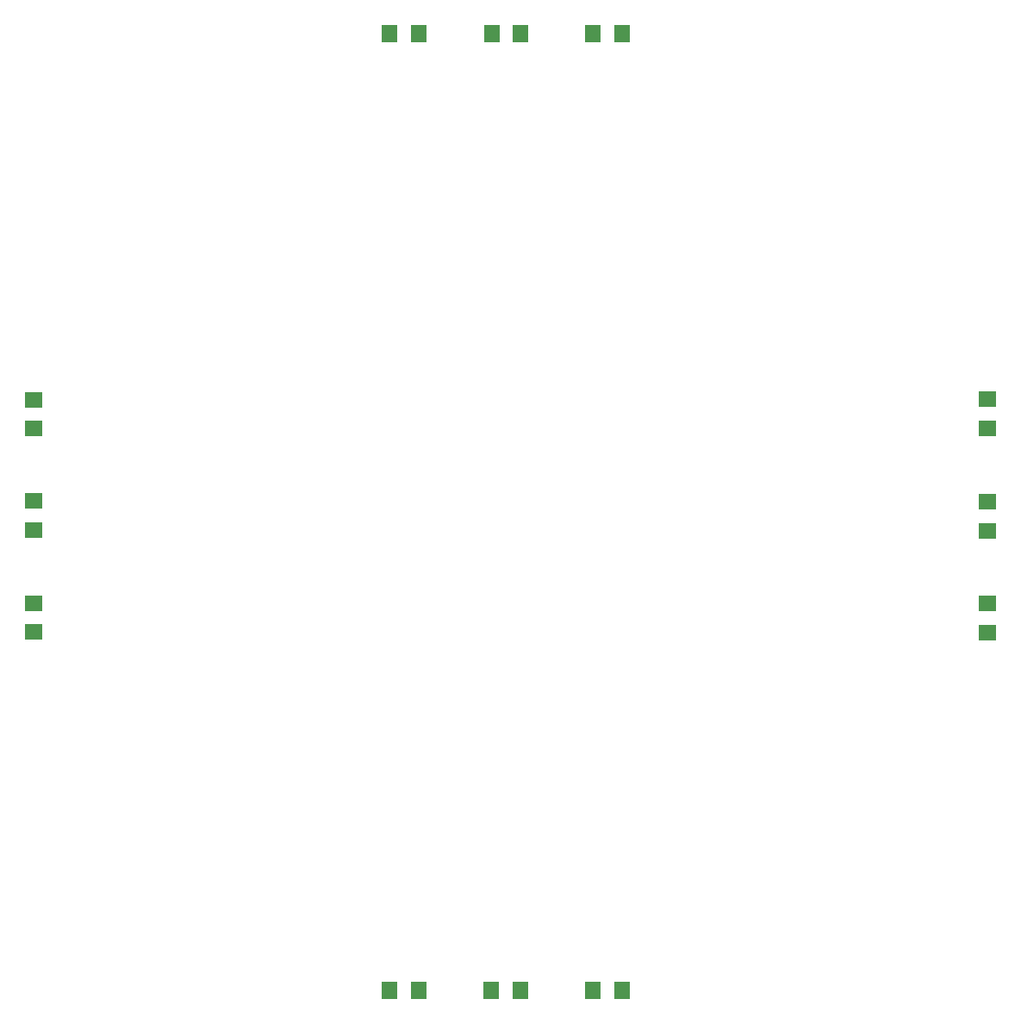
<source format=gtp>
G04 MADE WITH FRITZING*
G04 WWW.FRITZING.ORG*
G04 DOUBLE SIDED*
G04 HOLES PLATED*
G04 CONTOUR ON CENTER OF CONTOUR VECTOR*
%ASAXBY*%
%FSLAX23Y23*%
%MOIN*%
%OFA0B0*%
%SFA1.0B1.0*%
%ADD10R,0.062992X0.070984*%
%ADD11R,0.070984X0.062992*%
%ADD12R,0.001000X0.001000*%
%LNPASTEMASK1*%
G90*
G70*
G54D10*
X1528Y3797D03*
X1640Y3797D03*
G54D11*
X150Y1877D03*
X150Y1989D03*
G54D10*
X2315Y3797D03*
X2427Y3797D03*
G54D11*
X3840Y1594D03*
X3840Y1482D03*
X3840Y1987D03*
X3840Y1875D03*
X150Y2270D03*
X150Y2382D03*
G54D10*
X1639Y97D03*
X1527Y97D03*
X1923Y3797D03*
X2035Y3797D03*
G54D11*
X3840Y2383D03*
X3840Y2271D03*
X150Y1483D03*
X150Y1594D03*
G54D10*
X2427Y97D03*
X2315Y97D03*
X2034Y97D03*
X1922Y97D03*
G54D12*
D02*
G04 End of PasteMask1*
M02*
</source>
